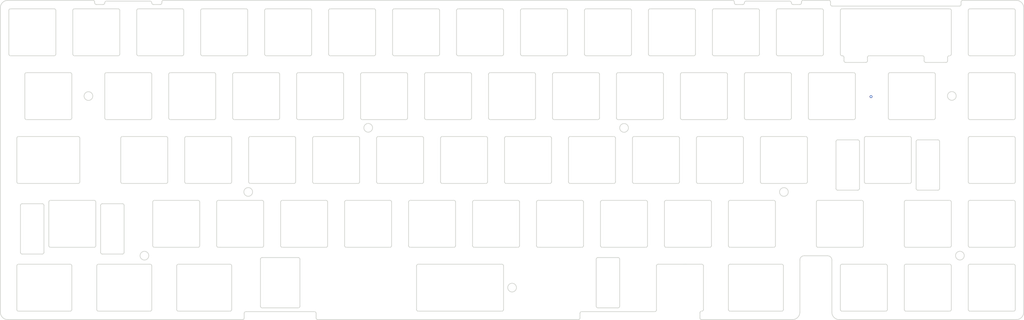
<source format=kicad_pcb>
(kicad_pcb (version 20171130) (host pcbnew "(5.1.12)-1")

  (general
    (thickness 1.6)
    (drawings 679)
    (tracks 1)
    (zones 0)
    (modules 0)
    (nets 1)
  )

  (page A4)
  (layers
    (0 F.Cu signal)
    (31 B.Cu signal)
    (32 B.Adhes user)
    (33 F.Adhes user)
    (34 B.Paste user)
    (35 F.Paste user)
    (36 B.SilkS user)
    (37 F.SilkS user)
    (38 B.Mask user)
    (39 F.Mask user)
    (40 Dwgs.User user)
    (41 Cmts.User user)
    (42 Eco1.User user)
    (43 Eco2.User user)
    (44 Edge.Cuts user)
    (45 Margin user)
    (46 B.CrtYd user)
    (47 F.CrtYd user)
    (48 B.Fab user)
    (49 F.Fab user)
  )

  (setup
    (last_trace_width 0.25)
    (trace_clearance 0.2)
    (zone_clearance 0.508)
    (zone_45_only no)
    (trace_min 0.2)
    (via_size 0.8)
    (via_drill 0.4)
    (via_min_size 0.4)
    (via_min_drill 0.3)
    (uvia_size 0.3)
    (uvia_drill 0.1)
    (uvias_allowed no)
    (uvia_min_size 0.2)
    (uvia_min_drill 0.1)
    (edge_width 0.05)
    (segment_width 0.2)
    (pcb_text_width 0.3)
    (pcb_text_size 1.5 1.5)
    (mod_edge_width 0.12)
    (mod_text_size 1 1)
    (mod_text_width 0.15)
    (pad_size 1.524 1.524)
    (pad_drill 0.762)
    (pad_to_mask_clearance 0.051)
    (solder_mask_min_width 0.25)
    (aux_axis_origin 0 0)
    (visible_elements 7FFFFFFF)
    (pcbplotparams
      (layerselection 0x01000_7ffffffe)
      (usegerberextensions false)
      (usegerberattributes false)
      (usegerberadvancedattributes false)
      (creategerberjobfile false)
      (excludeedgelayer true)
      (linewidth 0.100000)
      (plotframeref false)
      (viasonmask false)
      (mode 1)
      (useauxorigin false)
      (hpglpennumber 1)
      (hpglpenspeed 20)
      (hpglpendiameter 15.000000)
      (psnegative false)
      (psa4output false)
      (plotreference true)
      (plotvalue false)
      (plotinvisibletext false)
      (padsonsilk true)
      (subtractmaskfromsilk false)
      (outputformat 1)
      (mirror false)
      (drillshape 0)
      (scaleselection 1)
      (outputdirectory "./gerber"))
  )

  (net 0 "")

  (net_class Default "This is the default net class."
    (clearance 0.2)
    (trace_width 0.25)
    (via_dia 0.8)
    (via_drill 0.4)
    (uvia_dia 0.3)
    (uvia_drill 0.1)
  )

  (gr_arc (start 299.9314 37.736099) (end 302.1814 37.7361) (angle -90.00002546) (layer Edge.Cuts) (width 0.2))
  (gr_arc (start -0.368601 128.4861) (end -2.618301 128.4861) (angle -90) (layer Edge.Cuts) (width 0.2))
  (gr_line (start 223.4564 38.511099) (end 223.4564 51.511099) (layer Edge.Cuts) (width 0.2))
  (gr_line (start 209.4564 38.511099) (end 209.4564 51.511099) (layer Edge.Cuts) (width 0.2))
  (gr_arc (start 171.8564 38.511099) (end 171.8564 38.011099) (angle -90) (layer Edge.Cuts) (width 0.2))
  (gr_line (start 209.9564 52.011099) (end 222.9564 52.011099) (layer Edge.Cuts) (width 0.2))
  (gr_line (start 209.9564 38.011099) (end 222.9564 38.011099) (layer Edge.Cuts) (width 0.2))
  (gr_arc (start 203.9064 38.511099) (end 204.4064 38.511099) (angle -90) (layer Edge.Cuts) (width 0.2))
  (gr_line (start 152.3064 38.511099) (end 152.3064 51.511099) (layer Edge.Cuts) (width 0.2))
  (gr_line (start 204.4064 38.511099) (end 204.4064 51.511099) (layer Edge.Cuts) (width 0.2))
  (gr_arc (start 184.8564 51.511099) (end 184.8564 52.011099) (angle -90) (layer Edge.Cuts) (width 0.2))
  (gr_line (start 190.4064 38.511099) (end 190.4064 51.511099) (layer Edge.Cuts) (width 0.2))
  (gr_arc (start 152.8064 51.511099) (end 152.3064 51.511099) (angle -90) (layer Edge.Cuts) (width 0.2))
  (gr_arc (start 171.8564 51.511099) (end 171.3564 51.511099) (angle -90) (layer Edge.Cuts) (width 0.2))
  (gr_line (start 190.9064 52.011099) (end 203.9064 52.011099) (layer Edge.Cuts) (width 0.2))
  (gr_arc (start 165.8064 51.511099) (end 165.8064 52.011099) (angle -90) (layer Edge.Cuts) (width 0.2))
  (gr_line (start 190.9064 38.011099) (end 203.9064 38.011099) (layer Edge.Cuts) (width 0.2))
  (gr_line (start 171.8564 38.011099) (end 184.8564 38.011099) (layer Edge.Cuts) (width 0.2))
  (gr_line (start 171.3564 38.511099) (end 171.3564 51.511099) (layer Edge.Cuts) (width 0.2))
  (gr_arc (start 203.9064 51.511099) (end 203.9064 52.011099) (angle -90) (layer Edge.Cuts) (width 0.2))
  (gr_arc (start 190.9064 51.511099) (end 190.4064 51.511099) (angle -90) (layer Edge.Cuts) (width 0.2))
  (gr_line (start 166.3064 38.511099) (end 166.3064 51.511099) (layer Edge.Cuts) (width 0.2))
  (gr_arc (start 190.9064 38.511099) (end 190.9064 38.011099) (angle -90) (layer Edge.Cuts) (width 0.2))
  (gr_arc (start 184.8564 38.511099) (end 185.3564 38.511099) (angle -90) (layer Edge.Cuts) (width 0.2))
  (gr_line (start 171.8564 52.011099) (end 184.8564 52.011099) (layer Edge.Cuts) (width 0.2))
  (gr_line (start 185.3564 38.511099) (end 185.3564 51.511099) (layer Edge.Cuts) (width 0.2))
  (gr_arc (start 165.8064 38.511099) (end 166.3064 38.511099) (angle -90) (layer Edge.Cuts) (width 0.2))
  (gr_arc (start 152.8064 38.511099) (end 152.8064 38.011099) (angle -90) (layer Edge.Cuts) (width 0.2))
  (gr_line (start 152.8064 52.011099) (end 165.8064 52.011099) (layer Edge.Cuts) (width 0.2))
  (gr_line (start 152.8064 38.011099) (end 165.8064 38.011099) (layer Edge.Cuts) (width 0.2))
  (gr_arc (start 146.7564 51.511099) (end 146.7564 52.011099) (angle -90) (layer Edge.Cuts) (width 0.2))
  (gr_arc (start 146.7564 38.511099) (end 147.2564 38.511099) (angle -90) (layer Edge.Cuts) (width 0.2))
  (gr_line (start 57.0564 38.511099) (end 57.0564 51.511099) (layer Edge.Cuts) (width 0.2))
  (gr_arc (start 133.7564 38.511099) (end 133.7564 38.011099) (angle -90) (layer Edge.Cuts) (width 0.2))
  (gr_line (start 90.1064 38.511099) (end 90.1064 51.511099) (layer Edge.Cuts) (width 0.2))
  (gr_arc (start 57.5564 51.511099) (end 57.0564 51.511099) (angle -90) (layer Edge.Cuts) (width 0.2))
  (gr_arc (start 70.556399 38.511099) (end 71.056399 38.511099) (angle -90) (layer Edge.Cuts) (width 0.2))
  (gr_line (start 147.2564 38.511099) (end 147.2564 51.511099) (layer Edge.Cuts) (width 0.2))
  (gr_arc (start 95.6564 51.511099) (end 95.1564 51.511099) (angle -90) (layer Edge.Cuts) (width 0.2))
  (gr_arc (start 51.5064 51.511099) (end 51.5064 52.011099) (angle -90) (layer Edge.Cuts) (width 0.2))
  (gr_arc (start 13.406399 51.511099) (end 13.406399 52.011099) (angle -90) (layer Edge.Cuts) (width 0.2))
  (gr_line (start 133.2564 38.511099) (end 133.2564 51.511099) (layer Edge.Cuts) (width 0.2))
  (gr_line (start 128.206399 38.511099) (end 128.206399 51.511099) (layer Edge.Cuts) (width 0.2))
  (gr_arc (start 19.4564 38.511099) (end 19.4564 38.011099) (angle -90) (layer Edge.Cuts) (width 0.2))
  (gr_line (start 133.7564 52.011099) (end 146.7564 52.011099) (layer Edge.Cuts) (width 0.2))
  (gr_line (start 133.7564 38.011099) (end 146.7564 38.011099) (layer Edge.Cuts) (width 0.2))
  (gr_arc (start 89.6064 38.511099) (end 90.1064 38.511099) (angle -90) (layer Edge.Cuts) (width 0.2))
  (gr_arc (start 127.706399 51.511099) (end 127.706399 52.011099) (angle -90) (layer Edge.Cuts) (width 0.2))
  (gr_line (start 71.056399 38.511099) (end 71.056399 51.511099) (layer Edge.Cuts) (width 0.2))
  (gr_arc (start 114.7064 51.511099) (end 114.2064 51.511099) (angle -90) (layer Edge.Cuts) (width 0.2))
  (gr_arc (start 127.706399 38.511099) (end 128.206399 38.511099) (angle -90) (layer Edge.Cuts) (width 0.2))
  (gr_arc (start 114.7064 38.511099) (end 114.7064 38.011099) (angle -90) (layer Edge.Cuts) (width 0.2))
  (gr_line (start 114.2064 38.511099) (end 114.2064 51.511099) (layer Edge.Cuts) (width 0.2))
  (gr_line (start 114.7064 52.011099) (end 127.706399 52.011099) (layer Edge.Cuts) (width 0.2))
  (gr_line (start 38.0064 38.511099) (end 38.0064 51.511099) (layer Edge.Cuts) (width 0.2))
  (gr_line (start 114.7064 38.011099) (end 127.706399 38.011099) (layer Edge.Cuts) (width 0.2))
  (gr_arc (start 108.6564 51.511099) (end 108.6564 52.011099) (angle -90) (layer Edge.Cuts) (width 0.2))
  (gr_arc (start 108.6564 38.511099) (end 109.1564 38.511099) (angle -90) (layer Edge.Cuts) (width 0.2))
  (gr_line (start 95.1564 38.511099) (end 95.1564 51.511099) (layer Edge.Cuts) (width 0.2))
  (gr_line (start 38.506399 52.011099) (end 51.5064 52.011099) (layer Edge.Cuts) (width 0.2))
  (gr_arc (start 38.506399 51.511099) (end 38.006399 51.511099) (angle -90) (layer Edge.Cuts) (width 0.2))
  (gr_line (start 32.9564 38.511099) (end 32.9564 51.511099) (layer Edge.Cuts) (width 0.2))
  (gr_arc (start 0.406399 51.511099) (end -0.093601 51.511099) (angle -90) (layer Edge.Cuts) (width 0.2))
  (gr_arc (start 70.556399 51.511099) (end 70.556399 52.011099) (angle -90) (layer Edge.Cuts) (width 0.2))
  (gr_line (start 13.906399 38.511099) (end 13.906399 51.511099) (layer Edge.Cuts) (width 0.2))
  (gr_arc (start 51.5064 38.511099) (end 52.0064 38.511099) (angle -90) (layer Edge.Cuts) (width 0.2))
  (gr_arc (start 95.6564 38.511099) (end 95.6564 38.011099) (angle -90) (layer Edge.Cuts) (width 0.2))
  (gr_line (start 109.1564 38.511099) (end 109.1564 51.511099) (layer Edge.Cuts) (width 0.2))
  (gr_arc (start 76.606399 38.511099) (end 76.606399 38.011099) (angle -90) (layer Edge.Cuts) (width 0.2))
  (gr_arc (start 38.506399 38.511099) (end 38.506399 38.011099) (angle -90) (layer Edge.Cuts) (width 0.2))
  (gr_line (start 76.606399 38.011099) (end 89.6064 38.011099) (layer Edge.Cuts) (width 0.2))
  (gr_arc (start 76.606399 51.511099) (end 76.106399 51.511099) (angle -90) (layer Edge.Cuts) (width 0.2))
  (gr_arc (start 0.406399 38.511099) (end 0.406399 38.011099) (angle -90) (layer Edge.Cuts) (width 0.2))
  (gr_line (start 95.6564 38.011099) (end 108.6564 38.011099) (layer Edge.Cuts) (width 0.2))
  (gr_line (start 76.606399 52.011099) (end 89.6064 52.011099) (layer Edge.Cuts) (width 0.2))
  (gr_line (start 52.0064 38.511099) (end 52.0064 51.511099) (layer Edge.Cuts) (width 0.2))
  (gr_line (start 0.406399 52.011099) (end 13.406399 52.011099) (layer Edge.Cuts) (width 0.2))
  (gr_line (start 95.6564 52.011099) (end 108.6564 52.011099) (layer Edge.Cuts) (width 0.2))
  (gr_arc (start 57.5564 38.511099) (end 57.5564 38.011099) (angle -90) (layer Edge.Cuts) (width 0.2))
  (gr_arc (start 89.6064 51.511099) (end 89.6064 52.011099) (angle -90) (layer Edge.Cuts) (width 0.2))
  (gr_line (start 76.106399 38.511099) (end 76.106399 51.511099) (layer Edge.Cuts) (width 0.2))
  (gr_arc (start 32.4564 51.511099) (end 32.4564 52.011099) (angle -90) (layer Edge.Cuts) (width 0.2))
  (gr_line (start 19.4564 38.011099) (end 32.4564 38.011099) (layer Edge.Cuts) (width 0.2))
  (gr_arc (start 32.4564 38.511099) (end 32.9564 38.511099) (angle -90) (layer Edge.Cuts) (width 0.2))
  (gr_line (start 19.4564 52.011099) (end 32.4564 52.011099) (layer Edge.Cuts) (width 0.2))
  (gr_line (start 18.9564 38.511099) (end 18.9564 51.511099) (layer Edge.Cuts) (width 0.2))
  (gr_line (start 0.406399 38.011099) (end 13.406399 38.011099) (layer Edge.Cuts) (width 0.2))
  (gr_line (start 38.506399 38.011099) (end 51.5064 38.011099) (layer Edge.Cuts) (width 0.2))
  (gr_arc (start 19.4564 51.511099) (end 18.9564 51.511099) (angle -90) (layer Edge.Cuts) (width 0.2))
  (gr_arc (start 13.406399 38.511099) (end 13.906399 38.511099) (angle -90) (layer Edge.Cuts) (width 0.2))
  (gr_line (start -0.093601 38.511099) (end -0.093601 51.511099) (layer Edge.Cuts) (width 0.2))
  (gr_line (start 57.5564 52.011099) (end 70.556399 52.011099) (layer Edge.Cuts) (width 0.2))
  (gr_line (start 57.5564 38.011099) (end 70.556399 38.011099) (layer Edge.Cuts) (width 0.2))
  (gr_arc (start 133.7564 51.511099) (end 133.2564 51.511099) (angle -90) (layer Edge.Cuts) (width 0.2))
  (gr_line (start 283.5194 36.7111) (end 283.5194 35.9861) (layer Edge.Cuts) (width 0.2))
  (gr_arc (start 216.4814 36.236099) (end 215.9814 36.236099) (angle -90) (layer Edge.Cuts) (width 0.2))
  (gr_line (start 219.4814 35.736099) (end 232.4814 35.736099) (layer Edge.Cuts) (width 0.2))
  (gr_arc (start 219.4814 36.236099) (end 219.4814 35.736099) (angle -90) (layer Edge.Cuts) (width 0.2))
  (gr_arc (start 284.0194 35.9861) (end 284.0194 35.4861) (angle -90) (layer Edge.Cuts) (width 0.2))
  (gr_line (start 248.6434 53.5111) (end 248.6434 52.5111) (layer Edge.Cuts) (width 0.2))
  (gr_line (start 170.509525 128.35485) (end 192.28765 128.35485) (layer Edge.Cuts) (width 0.2))
  (gr_line (start 205.740775 130.236099) (end 205.740775 128.7111) (layer Edge.Cuts) (width 0.2))
  (gr_line (start 284.0194 35.4861) (end 299.9314 35.4861) (layer Edge.Cuts) (width 0.2))
  (gr_arc (start 283.0194 36.7111) (end 283.0194 37.2111) (angle -90) (layer Edge.Cuts) (width 0.2))
  (gr_line (start 216.4814 36.736099) (end 218.4814 36.736099) (layer Edge.Cuts) (width 0.2))
  (gr_line (start 244.6434 36.7111) (end 244.6434 35.986099) (layer Edge.Cuts) (width 0.2))
  (gr_line (start 193.4064 114.211099) (end 201.4064 114.211099) (layer Edge.Cuts) (width 0.2))
  (gr_line (start 215.4814 35.4861) (end 45.9814 35.4861) (layer Edge.Cuts) (width 0.2))
  (gr_arc (start 244.1434 35.986099) (end 244.6434 35.986099) (angle -90) (layer Edge.Cuts) (width 0.2))
  (gr_arc (start 236.4814 35.986099) (end 236.4814 35.4861) (angle -90) (layer Edge.Cuts) (width 0.2))
  (gr_line (start 272.5194 52.5111) (end 272.5194 53.5111) (layer Edge.Cuts) (width 0.2))
  (gr_line (start 235.9814 35.986099) (end 235.9814 36.236099) (layer Edge.Cuts) (width 0.2))
  (gr_arc (start 235.4814 36.236099) (end 235.4814 36.736099) (angle -90) (layer Edge.Cuts) (width 0.2))
  (gr_arc (start 256.1434 52.5111) (end 256.1434 52.011099) (angle -90) (layer Edge.Cuts) (width 0.2))
  (gr_arc (start 280.0194 52.5111) (end 280.0194 52.011099) (angle -90) (layer Edge.Cuts) (width 0.2))
  (gr_line (start 206.28765 114.211099) (end 201.4064 114.211099) (layer Edge.Cuts) (width 0.2))
  (gr_line (start 69.509525 130.7361) (end -0.368601 130.7361) (layer Edge.Cuts) (width 0.2))
  (gr_arc (start 232.4814 36.236099) (end 232.9814 36.236099) (angle -90) (layer Edge.Cuts) (width 0.2))
  (gr_line (start 206.240775 130.7361) (end 233.2564 130.7361) (layer Edge.Cuts) (width 0.2))
  (gr_arc (start 245.1434 36.7111) (end 244.6434 36.7111) (angle -90) (layer Edge.Cuts) (width 0.2))
  (gr_line (start 272.0194 52.011099) (end 256.1434 52.011099) (layer Edge.Cuts) (width 0.2))
  (gr_line (start 244.1434 35.4861) (end 236.4814 35.4861) (layer Edge.Cuts) (width 0.2))
  (gr_arc (start 233.4814 36.236099) (end 232.9814 36.236099) (angle -90) (layer Edge.Cuts) (width 0.2))
  (gr_line (start 255.6434 52.5111) (end 255.6434 53.5111) (layer Edge.Cuts) (width 0.2))
  (gr_line (start 91.940775 130.7361) (end 169.509525 130.7361) (layer Edge.Cuts) (width 0.2))
  (gr_arc (start 215.4814 35.986099) (end 215.9814 35.986099) (angle -90) (layer Edge.Cuts) (width 0.2))
  (gr_line (start 235.4814 36.736099) (end 233.4814 36.736099) (layer Edge.Cuts) (width 0.2))
  (gr_arc (start 272.0194 52.5111) (end 272.5194 52.5111) (angle -90) (layer Edge.Cuts) (width 0.2))
  (gr_line (start 245.1434 37.2111) (end 283.0194 37.2111) (layer Edge.Cuts) (width 0.2))
  (gr_arc (start 218.4814 36.236099) (end 218.4814 36.736099) (angle -90) (layer Edge.Cuts) (width 0.2))
  (gr_arc (start 248.1434 52.5111) (end 248.6434 52.5111) (angle -90) (layer Edge.Cuts) (width 0.2))
  (gr_line (start 279.5194 52.5111) (end 279.5194 53.5111) (layer Edge.Cuts) (width 0.2))
  (gr_line (start 192.78765 127.85485) (end 192.78765 114.711099) (layer Edge.Cuts) (width 0.2))
  (gr_line (start 206.240775 128.2111) (end 206.28765 128.2111) (layer Edge.Cuts) (width 0.2))
  (gr_arc (start 192.28765 127.85485) (end 192.28765 128.35485) (angle -90) (layer Edge.Cuts) (width 0.2))
  (gr_line (start 193.28765 114.211099) (end 193.4064 114.211099) (layer Edge.Cuts) (width 0.2))
  (gr_line (start 280.1064 52.011099) (end 280.0194 52.011099) (layer Edge.Cuts) (width 0.2))
  (gr_arc (start 206.240775 128.7111) (end 206.240775 128.2111) (angle -90) (layer Edge.Cuts) (width 0.2))
  (gr_line (start 70.509525 128.35485) (end 90.940775 128.35485) (layer Edge.Cuts) (width 0.2))
  (gr_line (start 248.1434 52.011099) (end 248.0564 52.011099) (layer Edge.Cuts) (width 0.2))
  (gr_line (start 215.9814 35.986099) (end 215.9814 36.236099) (layer Edge.Cuts) (width 0.2))
  (gr_arc (start 206.240775 130.236099) (end 205.740775 130.236099) (angle -90) (layer Edge.Cuts) (width 0.2))
  (gr_arc (start 267.1064 127.7111) (end 266.6064 127.7111) (angle -90) (layer Edge.Cuts) (width 0.2))
  (gr_line (start 75.35015 127.2111) (end 86.106399 127.2111) (layer Edge.Cuts) (width 0.2))
  (gr_arc (start 69.509525 130.236099) (end 69.509525 130.736099) (angle -90) (layer Edge.Cuts) (width 0.2))
  (gr_line (start 18.1689 114.211099) (end 2.78765 114.211099) (layer Edge.Cuts) (width 0.2))
  (gr_line (start 65.7939 114.211099) (end 50.41265 114.211099) (layer Edge.Cuts) (width 0.2))
  (gr_arc (start 169.509525 130.236099) (end 169.509525 130.736099) (angle -90) (layer Edge.Cuts) (width 0.2))
  (gr_line (start 2.78765 76.1111) (end 20.55015 76.1111) (layer Edge.Cuts) (width 0.2))
  (gr_arc (start 286.1564 127.7111) (end 285.6564 127.7111) (angle -90) (layer Edge.Cuts) (width 0.2))
  (gr_arc (start 267.1064 114.711099) (end 267.1064 114.211099) (angle -90) (layer Edge.Cuts) (width 0.2))
  (gr_line (start 2.78765 128.2111) (end 18.1689 128.2111) (layer Edge.Cuts) (width 0.2))
  (gr_line (start 121.85015 128.2111) (end 146.7564 128.2111) (layer Edge.Cuts) (width 0.2))
  (gr_line (start 170.009525 128.85485) (end 170.009525 130.236099) (layer Edge.Cuts) (width 0.2))
  (gr_line (start 266.6064 114.711099) (end 266.6064 127.7111) (layer Edge.Cuts) (width 0.2))
  (gr_line (start 280.6064 114.711099) (end 280.6064 127.7111) (layer Edge.Cuts) (width 0.2))
  (gr_line (start 70.009525 128.85485) (end 70.009525 130.236099) (layer Edge.Cuts) (width 0.2))
  (gr_line (start 50.41265 128.2111) (end 65.7939 128.2111) (layer Edge.Cuts) (width 0.2))
  (gr_arc (start 91.940775 130.236099) (end 91.440775 130.236099) (angle -90) (layer Edge.Cuts) (width 0.2))
  (gr_line (start 230.10015 114.211099) (end 214.7189 114.211099) (layer Edge.Cuts) (width 0.2))
  (gr_arc (start 280.1064 127.7111) (end 280.1064 128.2111) (angle -90) (layer Edge.Cuts) (width 0.2))
  (gr_line (start 91.440775 128.85485) (end 91.440775 130.236099) (layer Edge.Cuts) (width 0.2))
  (gr_line (start 214.7189 128.2111) (end 230.10015 128.2111) (layer Edge.Cuts) (width 0.2))
  (gr_arc (start 299.1564 114.711099) (end 299.6564 114.711099) (angle -90) (layer Edge.Cuts) (width 0.2))
  (gr_line (start 267.1064 114.211099) (end 280.1064 114.211099) (layer Edge.Cuts) (width 0.2))
  (gr_arc (start 170.509525 128.85485) (end 170.509525 128.35485) (angle -90) (layer Edge.Cuts) (width 0.2))
  (gr_arc (start 90.940775 128.85485) (end 91.440775 128.85485) (angle -90) (layer Edge.Cuts) (width 0.2))
  (gr_line (start 75.35015 112.211099) (end 86.106399 112.211099) (layer Edge.Cuts) (width 0.2))
  (gr_line (start 299.6564 114.711099) (end 299.6564 127.7111) (layer Edge.Cuts) (width 0.2))
  (gr_arc (start 70.509525 128.85485) (end 70.509525 128.35485) (angle -90) (layer Edge.Cuts) (width 0.2))
  (gr_line (start 2.78765 90.1111) (end 20.55015 90.1111) (layer Edge.Cuts) (width 0.2))
  (gr_arc (start 280.1064 114.711099) (end 280.6064 114.711099) (angle -90) (layer Edge.Cuts) (width 0.2))
  (gr_line (start 146.7564 114.211099) (end 121.85015 114.211099) (layer Edge.Cuts) (width 0.2))
  (gr_arc (start 286.1564 114.711099) (end 286.1564 114.211099) (angle -90) (layer Edge.Cuts) (width 0.2))
  (gr_line (start 26.60015 128.2111) (end 41.981399 128.2111) (layer Edge.Cuts) (width 0.2))
  (gr_line (start 248.0564 38.011099) (end 280.1064 38.011099) (layer Edge.Cuts) (width 0.2))
  (gr_line (start 41.981399 114.211099) (end 26.60015 114.211099) (layer Edge.Cuts) (width 0.2))
  (gr_arc (start 299.1564 127.7111) (end 299.1564 128.2111) (angle -90) (layer Edge.Cuts) (width 0.2))
  (gr_line (start 267.1064 128.2111) (end 280.1064 128.2111) (layer Edge.Cuts) (width 0.2))
  (gr_arc (start 247.2814 128.4861) (end 245.0314 128.4861) (angle -90) (layer Edge.Cuts) (width 0.2))
  (gr_circle (center 40.295499 111.6509) (end 41.595499 111.6509) (layer Edge.Cuts) (width 0.2))
  (gr_line (start 25.481699 35.9861) (end 25.481699 36.2361) (layer Edge.Cuts) (width 0.2))
  (gr_arc (start 233.2564 128.4861) (end 233.2564 130.7361) (angle -90) (layer Edge.Cuts) (width 0.2))
  (gr_line (start 285.6564 114.7111) (end 285.6564 127.7111) (layer Edge.Cuts) (width 0.2))
  (gr_arc (start 27.981699 36.2361) (end 27.981699 36.7361) (angle -90) (layer Edge.Cuts) (width 0.2))
  (gr_arc (start 41.981699 36.2361) (end 42.481699 36.2361) (angle -90) (layer Edge.Cuts) (width 0.2))
  (gr_line (start 235.5064 128.4861) (end 235.5064 112.936099) (layer Edge.Cuts) (width 0.2))
  (gr_arc (start 299.9314 128.4861) (end 299.9314 130.7361) (angle -90) (layer Edge.Cuts) (width 0.2))
  (gr_line (start -2.618301 37.7361) (end -2.618301 128.4861) (layer Edge.Cuts) (width 0.2))
  (gr_circle (center 106.945399 73.5128) (end 108.245399 73.5128) (layer Edge.Cuts) (width 0.2))
  (gr_arc (start 24.981699 35.9861) (end 25.481699 35.9861) (angle -90) (layer Edge.Cuts) (width 0.2))
  (gr_arc (start 236.7564 112.936099) (end 236.7564 111.686099) (angle -90) (layer Edge.Cuts) (width 0.2))
  (gr_arc (start 28.981699 36.2361) (end 28.981699 35.7361) (angle -90) (layer Edge.Cuts) (width 0.2))
  (gr_line (start 286.1564 128.2111) (end 299.1564 128.2111) (layer Edge.Cuts) (width 0.2))
  (gr_arc (start 44.981699 36.2361) (end 44.981699 36.7361) (angle -90) (layer Edge.Cuts) (width 0.2))
  (gr_circle (center 23.620399 64.0386) (end 24.920399 64.0386) (layer Edge.Cuts) (width 0.2))
  (gr_line (start 25.981699 36.7361) (end 27.981699 36.7361) (layer Edge.Cuts) (width 0.2))
  (gr_arc (start 25.981699 36.2361) (end 25.481699 36.236099) (angle -90) (layer Edge.Cuts) (width 0.2))
  (gr_line (start 28.981699 35.7361) (end 41.981699 35.7361) (layer Edge.Cuts) (width 0.2))
  (gr_arc (start 42.981699 36.2361) (end 42.481699 36.236099) (angle -90) (layer Edge.Cuts) (width 0.2))
  (gr_circle (center 183.1454 73.5382) (end 184.4454 73.5382) (layer Edge.Cuts) (width 0.2))
  (gr_circle (center 149.794399 121.175899) (end 151.094399 121.175899) (layer Edge.Cuts) (width 0.2))
  (gr_line (start 45.481699 35.9861) (end 45.481699 36.2361) (layer Edge.Cuts) (width 0.2))
  (gr_line (start 44.981699 36.7361) (end 42.981699 36.7361) (layer Edge.Cuts) (width 0.2))
  (gr_arc (start 45.981699 35.9861) (end 45.981699 35.4861) (angle -90) (layer Edge.Cuts) (width 0.2))
  (gr_line (start 247.2814 130.7361) (end 299.9314 130.7361) (layer Edge.Cuts) (width 0.2))
  (gr_circle (center 230.7574 92.651699) (end 232.0574 92.651699) (layer Edge.Cuts) (width 0.2))
  (gr_circle (center 280.7704 64.0005) (end 282.0704 64.0005) (layer Edge.Cuts) (width 0.2))
  (gr_line (start 245.0314 112.936099) (end 245.0314 128.4861) (layer Edge.Cuts) (width 0.2))
  (gr_line (start -0.368301 35.4861) (end 24.981699 35.4861) (layer Edge.Cuts) (width 0.2))
  (gr_arc (start 243.7814 112.936099) (end 245.0314 112.936099) (angle -90) (layer Edge.Cuts) (width 0.2))
  (gr_line (start 302.1814 37.7361) (end 302.1814 128.4861) (layer Edge.Cuts) (width 0.2))
  (gr_line (start 236.7564 111.686099) (end 243.7814 111.686099) (layer Edge.Cuts) (width 0.2))
  (gr_line (start 286.1564 114.2111) (end 299.1564 114.2111) (layer Edge.Cuts) (width 0.2))
  (gr_arc (start -0.368301 37.7361) (end -0.368301 35.4861) (angle -90) (layer Edge.Cuts) (width 0.2))
  (gr_circle (center 283.1704 111.638199) (end 284.4704 111.638199) (layer Edge.Cuts) (width 0.2))
  (gr_circle (center 71.207299 92.638999) (end 72.507299 92.638999) (layer Edge.Cuts) (width 0.2))
  (gr_line (start 49.91265 114.711099) (end 49.91265 127.7111) (layer Edge.Cuts) (width 0.2))
  (gr_arc (start 2.78765 114.711099) (end 2.78765 114.211099) (angle -90) (layer Edge.Cuts) (width 0.2))
  (gr_arc (start 121.85015 114.711099) (end 121.85015 114.211099) (angle -90) (layer Edge.Cuts) (width 0.2))
  (gr_arc (start 41.981399 114.711099) (end 42.481399 114.711099) (angle -90) (layer Edge.Cuts) (width 0.2))
  (gr_arc (start 2.78765 127.7111) (end 2.28765 127.7111) (angle -90) (layer Edge.Cuts) (width 0.2))
  (gr_arc (start 18.1689 114.711099) (end 18.6689 114.711099) (angle -90) (layer Edge.Cuts) (width 0.2))
  (gr_line (start 181.85015 126.7111) (end 181.85015 112.711099) (layer Edge.Cuts) (width 0.2))
  (gr_arc (start 18.1689 127.7111) (end 18.1689 128.2111) (angle -90) (layer Edge.Cuts) (width 0.2))
  (gr_arc (start 193.28765 114.711099) (end 193.28765 114.211099) (angle -90) (layer Edge.Cuts) (width 0.2))
  (gr_arc (start 146.7564 127.7111) (end 146.7564 128.2111) (angle -90) (layer Edge.Cuts) (width 0.2))
  (gr_arc (start 26.60015 114.711099) (end 26.60015 114.211099) (angle -90) (layer Edge.Cuts) (width 0.2))
  (gr_line (start 174.85015 126.7111) (end 174.85015 112.711099) (layer Edge.Cuts) (width 0.2))
  (gr_arc (start 65.7939 127.7111) (end 65.7939 128.2111) (angle -90) (layer Edge.Cuts) (width 0.2))
  (gr_arc (start 261.0564 127.7111) (end 261.0564 128.2111) (angle -90) (layer Edge.Cuts) (width 0.2))
  (gr_arc (start 181.35015 126.7111) (end 181.35015 127.2111) (angle -90) (layer Edge.Cuts) (width 0.2))
  (gr_arc (start 248.0564 127.7111) (end 247.5564 127.7111) (angle -90) (layer Edge.Cuts) (width 0.2))
  (gr_arc (start 261.0564 114.711099) (end 261.5564 114.711099) (angle -90) (layer Edge.Cuts) (width 0.2))
  (gr_line (start 42.4814 114.711099) (end 42.4814 127.7111) (layer Edge.Cuts) (width 0.2))
  (gr_arc (start 50.41265 114.711099) (end 50.41265 114.211099) (angle -90) (layer Edge.Cuts) (width 0.2))
  (gr_arc (start 248.0564 114.711099) (end 248.0564 114.211099) (angle -90) (layer Edge.Cuts) (width 0.2))
  (gr_line (start 261.5564 114.711099) (end 261.5564 127.7111) (layer Edge.Cuts) (width 0.2))
  (gr_line (start 248.0564 114.211099) (end 261.0564 114.211099) (layer Edge.Cuts) (width 0.2))
  (gr_line (start 230.60015 114.711099) (end 230.60015 127.7111) (layer Edge.Cuts) (width 0.2))
  (gr_arc (start 50.41265 127.7111) (end 49.91265 127.7111) (angle -90) (layer Edge.Cuts) (width 0.2))
  (gr_line (start 121.35015 114.711099) (end 121.35015 127.7111) (layer Edge.Cuts) (width 0.2))
  (gr_arc (start 214.7189 127.7111) (end 214.2189 127.7111) (angle -90) (layer Edge.Cuts) (width 0.2))
  (gr_arc (start 121.85015 127.7111) (end 121.35015 127.7111) (angle -90) (layer Edge.Cuts) (width 0.2))
  (gr_line (start 206.78765 114.711099) (end 206.78765 127.7111) (layer Edge.Cuts) (width 0.2))
  (gr_arc (start 146.7564 114.711099) (end 147.2564 114.711099) (angle -90) (layer Edge.Cuts) (width 0.2))
  (gr_line (start 181.35015 112.211099) (end 175.35015 112.211099) (layer Edge.Cuts) (width 0.2))
  (gr_arc (start 75.35015 126.7111) (end 74.85015 126.7111) (angle -90) (layer Edge.Cuts) (width 0.2))
  (gr_arc (start 230.10015 127.7111) (end 230.10015 128.2111) (angle -90) (layer Edge.Cuts) (width 0.2))
  (gr_arc (start 230.10015 114.711099) (end 230.60015 114.711099) (angle -90) (layer Edge.Cuts) (width 0.2))
  (gr_arc (start 75.35015 112.711099) (end 75.35015 112.211099) (angle -90) (layer Edge.Cuts) (width 0.2))
  (gr_arc (start 175.35015 126.7111) (end 174.85015 126.7111) (angle -90) (layer Edge.Cuts) (width 0.2))
  (gr_line (start 181.35015 127.2111) (end 175.35015 127.2111) (layer Edge.Cuts) (width 0.2))
  (gr_line (start 2.28765 114.711099) (end 2.28765 127.7111) (layer Edge.Cuts) (width 0.2))
  (gr_line (start 66.2939 114.711099) (end 66.2939 127.7111) (layer Edge.Cuts) (width 0.2))
  (gr_arc (start 175.35015 112.711099) (end 175.35015 112.211099) (angle -90) (layer Edge.Cuts) (width 0.2))
  (gr_arc (start 41.981399 127.7111) (end 41.981399 128.2111) (angle -90) (layer Edge.Cuts) (width 0.2))
  (gr_arc (start 26.60015 127.7111) (end 26.10015 127.7111) (angle -90) (layer Edge.Cuts) (width 0.2))
  (gr_arc (start 299.1564 108.661099) (end 299.1564 109.161099) (angle -90) (layer Edge.Cuts) (width 0.2))
  (gr_arc (start 214.7189 114.711099) (end 214.7189 114.211099) (angle -90) (layer Edge.Cuts) (width 0.2))
  (gr_arc (start 65.7939 114.711099) (end 66.2939 114.711099) (angle -90) (layer Edge.Cuts) (width 0.2))
  (gr_line (start 214.2189 114.711099) (end 214.2189 127.7111) (layer Edge.Cuts) (width 0.2))
  (gr_line (start 26.10015 114.711099) (end 26.10015 127.7111) (layer Edge.Cuts) (width 0.2))
  (gr_line (start 86.606399 126.7111) (end 86.606399 112.711099) (layer Edge.Cuts) (width 0.2))
  (gr_arc (start 206.28765 114.711099) (end 206.78765 114.711099) (angle -90) (layer Edge.Cuts) (width 0.2))
  (gr_arc (start 86.106399 126.7111) (end 86.106399 127.2111) (angle -90) (layer Edge.Cuts) (width 0.2))
  (gr_arc (start 86.106399 112.711099) (end 86.606399 112.711099) (angle -90) (layer Edge.Cuts) (width 0.2))
  (gr_arc (start 181.35015 112.711099) (end 181.85015 112.711099) (angle -90) (layer Edge.Cuts) (width 0.2))
  (gr_arc (start 206.28765 127.7111) (end 206.28765 128.2111) (angle -90) (layer Edge.Cuts) (width 0.2))
  (gr_line (start 147.2564 114.711099) (end 147.2564 127.7111) (layer Edge.Cuts) (width 0.2))
  (gr_line (start 18.6689 114.711099) (end 18.6689 127.7111) (layer Edge.Cuts) (width 0.2))
  (gr_line (start 74.85015 126.7111) (end 74.85015 112.711099) (layer Edge.Cuts) (width 0.2))
  (gr_line (start 247.5564 114.711099) (end 247.5564 127.7111) (layer Edge.Cuts) (width 0.2))
  (gr_line (start 248.0564 128.2111) (end 261.0564 128.2111) (layer Edge.Cuts) (width 0.2))
  (gr_line (start 171.0689 95.6611) (end 171.0689 108.661099) (layer Edge.Cuts) (width 0.2))
  (gr_arc (start 176.6189 108.661099) (end 176.1189 108.661099) (angle -90) (layer Edge.Cuts) (width 0.2))
  (gr_line (start 267.1064 95.1611) (end 280.1064 95.1611) (layer Edge.Cuts) (width 0.2))
  (gr_arc (start 240.91265 108.661099) (end 240.41265 108.661099) (angle -90) (layer Edge.Cuts) (width 0.2))
  (gr_line (start 176.6189 109.161099) (end 189.6189 109.161099) (layer Edge.Cuts) (width 0.2))
  (gr_arc (start 227.7189 95.6611) (end 228.2189 95.6611) (angle -90) (layer Edge.Cuts) (width 0.2))
  (gr_line (start 195.6689 109.161099) (end 208.6689 109.161099) (layer Edge.Cuts) (width 0.2))
  (gr_arc (start 195.6689 108.661099) (end 195.1689 108.661099) (angle -90) (layer Edge.Cuts) (width 0.2))
  (gr_arc (start 208.6689 95.6611) (end 209.1689 95.6611) (angle -90) (layer Edge.Cuts) (width 0.2))
  (gr_arc (start 267.1064 108.661099) (end 266.6064 108.661099) (angle -90) (layer Edge.Cuts) (width 0.2))
  (gr_line (start 254.41265 95.6611) (end 254.41265 108.661099) (layer Edge.Cuts) (width 0.2))
  (gr_arc (start 214.7189 108.661099) (end 214.2189 108.661099) (angle -90) (layer Edge.Cuts) (width 0.2))
  (gr_arc (start 195.6689 95.6611) (end 195.6689 95.1611) (angle -90) (layer Edge.Cuts) (width 0.2))
  (gr_line (start 157.5689 109.161099) (end 170.5689 109.161099) (layer Edge.Cuts) (width 0.2))
  (gr_line (start 214.7189 109.161099) (end 227.7189 109.161099) (layer Edge.Cuts) (width 0.2))
  (gr_line (start 176.1189 95.6611) (end 176.1189 108.661099) (layer Edge.Cuts) (width 0.2))
  (gr_arc (start 138.5189 108.661099) (end 138.0189 108.661099) (angle -90) (layer Edge.Cuts) (width 0.2))
  (gr_arc (start 280.1064 108.661099) (end 280.1064 109.161099) (angle -90) (layer Edge.Cuts) (width 0.2))
  (gr_arc (start 286.1564 95.6611) (end 286.1564 95.1611) (angle -90) (layer Edge.Cuts) (width 0.2))
  (gr_line (start 299.6564 95.6611) (end 299.6564 108.661099) (layer Edge.Cuts) (width 0.2))
  (gr_line (start 195.6689 95.1611) (end 208.6689 95.1611) (layer Edge.Cuts) (width 0.2))
  (gr_arc (start 227.7189 108.661099) (end 227.7189 109.161099) (angle -90) (layer Edge.Cuts) (width 0.2))
  (gr_line (start 286.1564 95.1611) (end 299.1564 95.1611) (layer Edge.Cuts) (width 0.2))
  (gr_arc (start 280.1064 95.6611) (end 280.6064 95.6611) (angle -90) (layer Edge.Cuts) (width 0.2))
  (gr_line (start 214.7189 95.1611) (end 227.7189 95.1611) (layer Edge.Cuts) (width 0.2))
  (gr_line (start 267.1064 109.161099) (end 280.1064 109.161099) (layer Edge.Cuts) (width 0.2))
  (gr_arc (start 151.5189 95.6611) (end 152.0189 95.6611) (angle -90) (layer Edge.Cuts) (width 0.2))
  (gr_line (start 240.41265 95.6611) (end 240.41265 108.661099) (layer Edge.Cuts) (width 0.2))
  (gr_line (start 214.2189 95.6611) (end 214.2189 108.661099) (layer Edge.Cuts) (width 0.2))
  (gr_arc (start 189.6189 108.661099) (end 189.6189 109.161099) (angle -90) (layer Edge.Cuts) (width 0.2))
  (gr_arc (start 189.6189 95.6611) (end 190.1189 95.6611) (angle -90) (layer Edge.Cuts) (width 0.2))
  (gr_line (start 190.1189 95.6611) (end 190.1189 108.661099) (layer Edge.Cuts) (width 0.2))
  (gr_arc (start 151.5189 108.661099) (end 151.5189 109.161099) (angle -90) (layer Edge.Cuts) (width 0.2))
  (gr_line (start 152.0189 95.6611) (end 152.0189 108.661099) (layer Edge.Cuts) (width 0.2))
  (gr_arc (start 132.4689 108.661099) (end 132.4689 109.161099) (angle -90) (layer Edge.Cuts) (width 0.2))
  (gr_line (start 286.1564 109.161099) (end 299.1564 109.161099) (layer Edge.Cuts) (width 0.2))
  (gr_arc (start 240.91265 95.6611) (end 240.91265 95.1611) (angle -90) (layer Edge.Cuts) (width 0.2))
  (gr_line (start 240.91265 109.161099) (end 253.91265 109.161099) (layer Edge.Cuts) (width 0.2))
  (gr_arc (start 214.7189 95.6611) (end 214.7189 95.1611) (angle -90) (layer Edge.Cuts) (width 0.2))
  (gr_arc (start 157.5689 95.6611) (end 157.5689 95.1611) (angle -90) (layer Edge.Cuts) (width 0.2))
  (gr_line (start 209.1689 95.6611) (end 209.1689 108.661099) (layer Edge.Cuts) (width 0.2))
  (gr_line (start 138.0189 95.6611) (end 138.0189 108.661099) (layer Edge.Cuts) (width 0.2))
  (gr_line (start 240.91265 95.1611) (end 253.91265 95.1611) (layer Edge.Cuts) (width 0.2))
  (gr_line (start 195.1689 95.6611) (end 195.1689 108.661099) (layer Edge.Cuts) (width 0.2))
  (gr_line (start 176.6189 95.1611) (end 189.6189 95.1611) (layer Edge.Cuts) (width 0.2))
  (gr_arc (start 157.5689 108.661099) (end 157.0689 108.661099) (angle -90) (layer Edge.Cuts) (width 0.2))
  (gr_line (start 138.5189 95.1611) (end 151.5189 95.1611) (layer Edge.Cuts) (width 0.2))
  (gr_arc (start 170.5689 108.661099) (end 170.5689 109.161099) (angle -90) (layer Edge.Cuts) (width 0.2))
  (gr_arc (start 253.91265 95.6611) (end 254.41265 95.6611) (angle -90) (layer Edge.Cuts) (width 0.2))
  (gr_arc (start 176.6189 95.6611) (end 176.6189 95.1611) (angle -90) (layer Edge.Cuts) (width 0.2))
  (gr_arc (start 170.5689 95.6611) (end 171.0689 95.6611) (angle -90) (layer Edge.Cuts) (width 0.2))
  (gr_line (start 157.5689 95.1611) (end 170.5689 95.1611) (layer Edge.Cuts) (width 0.2))
  (gr_arc (start 138.5189 95.6611) (end 138.5189 95.1611) (angle -90) (layer Edge.Cuts) (width 0.2))
  (gr_arc (start 286.1564 108.661099) (end 285.6564 108.661099) (angle -90) (layer Edge.Cuts) (width 0.2))
  (gr_arc (start 253.91265 108.661099) (end 253.91265 109.161099) (angle -90) (layer Edge.Cuts) (width 0.2))
  (gr_arc (start 299.1564 95.6611) (end 299.6564 95.6611) (angle -90) (layer Edge.Cuts) (width 0.2))
  (gr_line (start 280.6064 95.6611) (end 280.6064 108.661099) (layer Edge.Cuts) (width 0.2))
  (gr_line (start 157.0689 95.6611) (end 157.0689 108.661099) (layer Edge.Cuts) (width 0.2))
  (gr_arc (start 208.6689 108.661099) (end 208.6689 109.161099) (angle -90) (layer Edge.Cuts) (width 0.2))
  (gr_line (start 285.6564 95.6611) (end 285.6564 108.661099) (layer Edge.Cuts) (width 0.2))
  (gr_line (start 266.6064 95.6611) (end 266.6064 108.661099) (layer Edge.Cuts) (width 0.2))
  (gr_line (start 228.2189 95.6611) (end 228.2189 108.661099) (layer Edge.Cuts) (width 0.2))
  (gr_arc (start 267.1064 95.6611) (end 267.1064 95.1611) (angle -90) (layer Edge.Cuts) (width 0.2))
  (gr_line (start 138.5189 109.161099) (end 151.5189 109.161099) (layer Edge.Cuts) (width 0.2))
  (gr_arc (start 12.31265 95.6611) (end 12.31265 95.1611) (angle -90) (layer Edge.Cuts) (width 0.2))
  (gr_line (start 11.81265 95.6611) (end 11.81265 108.661099) (layer Edge.Cuts) (width 0.2))
  (gr_line (start 42.7689 95.6611) (end 42.7689 108.661099) (layer Edge.Cuts) (width 0.2))
  (gr_line (start 43.2689 95.1611) (end 56.2689 95.1611) (layer Edge.Cuts) (width 0.2))
  (gr_arc (start 3.874649 96.661099) (end 3.874649 96.161099) (angle -90) (layer Edge.Cuts) (width 0.2))
  (gr_line (start 62.3189 95.1611) (end 75.3189 95.1611) (layer Edge.Cuts) (width 0.2))
  (gr_arc (start 9.87465 96.661099) (end 10.37465 96.661099) (angle -90) (layer Edge.Cuts) (width 0.2))
  (gr_line (start 99.9189 95.6611) (end 99.9189 108.661099) (layer Edge.Cuts) (width 0.2))
  (gr_line (start 34.25065 96.661099) (end 34.25065 110.6611) (layer Edge.Cuts) (width 0.2))
  (gr_line (start 61.8189 95.6611) (end 61.8189 108.661099) (layer Edge.Cuts) (width 0.2))
  (gr_line (start 25.81265 95.6611) (end 25.81265 108.661099) (layer Edge.Cuts) (width 0.2))
  (gr_arc (start 119.4689 108.661099) (end 118.9689 108.661099) (angle -90) (layer Edge.Cuts) (width 0.2))
  (gr_arc (start 132.4689 95.6611) (end 132.9689 95.6611) (angle -90) (layer Edge.Cuts) (width 0.2))
  (gr_arc (start 119.4689 95.6611) (end 119.4689 95.1611) (angle -90) (layer Edge.Cuts) (width 0.2))
  (gr_arc (start 94.3689 95.6611) (end 94.8689 95.6611) (angle -90) (layer Edge.Cuts) (width 0.2))
  (gr_line (start 132.9689 95.6611) (end 132.9689 108.661099) (layer Edge.Cuts) (width 0.2))
  (gr_line (start 118.9689 95.6611) (end 118.9689 108.661099) (layer Edge.Cuts) (width 0.2))
  (gr_line (start 119.4689 109.161099) (end 132.4689 109.161099) (layer Edge.Cuts) (width 0.2))
  (gr_arc (start 100.4189 108.661099) (end 99.9189 108.661099) (angle -90) (layer Edge.Cuts) (width 0.2))
  (gr_line (start 119.4689 95.1611) (end 132.4689 95.1611) (layer Edge.Cuts) (width 0.2))
  (gr_arc (start 113.4189 108.661099) (end 113.4189 109.161099) (angle -90) (layer Edge.Cuts) (width 0.2))
  (gr_line (start 81.368899 95.1611) (end 94.3689 95.1611) (layer Edge.Cuts) (width 0.2))
  (gr_arc (start 43.2689 108.661099) (end 42.7689 108.661099) (angle -90) (layer Edge.Cuts) (width 0.2))
  (gr_arc (start 33.75065 110.6611) (end 33.75065 111.1611) (angle -90) (layer Edge.Cuts) (width 0.2))
  (gr_arc (start 9.87465 110.6611) (end 9.87465 111.1611) (angle -90) (layer Edge.Cuts) (width 0.2))
  (gr_arc (start 299.1564 89.6111) (end 299.1564 90.1111) (angle -90) (layer Edge.Cuts) (width 0.2))
  (gr_arc (start 113.4189 95.6611) (end 113.9189 95.6611) (angle -90) (layer Edge.Cuts) (width 0.2))
  (gr_line (start 100.4189 109.161099) (end 113.4189 109.161099) (layer Edge.Cuts) (width 0.2))
  (gr_arc (start 27.75065 110.6611) (end 27.25065 110.6611) (angle -90) (layer Edge.Cuts) (width 0.2))
  (gr_line (start 27.75065 111.161099) (end 33.75065 111.161099) (layer Edge.Cuts) (width 0.2))
  (gr_line (start 43.2689 109.161099) (end 56.2689 109.161099) (layer Edge.Cuts) (width 0.2))
  (gr_arc (start 100.4189 95.6611) (end 100.4189 95.1611) (angle -90) (layer Edge.Cuts) (width 0.2))
  (gr_arc (start 43.2689 95.6611) (end 43.2689 95.1611) (angle -90) (layer Edge.Cuts) (width 0.2))
  (gr_line (start 10.37465 96.661099) (end 10.37465 110.6611) (layer Edge.Cuts) (width 0.2))
  (gr_arc (start 56.2689 95.6611) (end 56.7689 95.6611) (angle -90) (layer Edge.Cuts) (width 0.2))
  (gr_line (start 100.4189 95.1611) (end 113.4189 95.1611) (layer Edge.Cuts) (width 0.2))
  (gr_arc (start 94.3689 108.661099) (end 94.3689 109.161099) (angle -90) (layer Edge.Cuts) (width 0.2))
  (gr_arc (start 81.368899 108.661099) (end 80.868899 108.661099) (angle -90) (layer Edge.Cuts) (width 0.2))
  (gr_line (start 94.8689 95.6611) (end 94.8689 108.661099) (layer Edge.Cuts) (width 0.2))
  (gr_line (start 62.3189 109.161099) (end 75.3189 109.161099) (layer Edge.Cuts) (width 0.2))
  (gr_arc (start 33.75065 96.661099) (end 34.25065 96.661099) (angle -90) (layer Edge.Cuts) (width 0.2))
  (gr_line (start 3.874649 96.161099) (end 9.87465 96.161099) (layer Edge.Cuts) (width 0.2))
  (gr_line (start 3.874649 111.161099) (end 9.87465 111.161099) (layer Edge.Cuts) (width 0.2))
  (gr_line (start 12.31265 109.161099) (end 25.31265 109.161099) (layer Edge.Cuts) (width 0.2))
  (gr_arc (start 75.3189 108.661099) (end 75.3189 109.161099) (angle -90) (layer Edge.Cuts) (width 0.2))
  (gr_arc (start 25.31265 108.661099) (end 25.31265 109.161099) (angle -90) (layer Edge.Cuts) (width 0.2))
  (gr_arc (start 12.31265 108.661099) (end 11.81265 108.661099) (angle -90) (layer Edge.Cuts) (width 0.2))
  (gr_line (start 113.9189 95.6611) (end 113.9189 108.661099) (layer Edge.Cuts) (width 0.2))
  (gr_arc (start 81.368899 95.6611) (end 81.368899 95.1611) (angle -90) (layer Edge.Cuts) (width 0.2))
  (gr_arc (start 75.3189 95.6611) (end 75.8189 95.6611) (angle -90) (layer Edge.Cuts) (width 0.2))
  (gr_line (start 27.25065 96.661099) (end 27.25065 110.6611) (layer Edge.Cuts) (width 0.2))
  (gr_arc (start 62.3189 95.6611) (end 62.3189 95.1611) (angle -90) (layer Edge.Cuts) (width 0.2))
  (gr_line (start 12.31265 95.1611) (end 25.31265 95.1611) (layer Edge.Cuts) (width 0.2))
  (gr_arc (start 27.75065 96.661099) (end 27.75065 96.161099) (angle -90) (layer Edge.Cuts) (width 0.2))
  (gr_arc (start 25.31265 95.6611) (end 25.81265 95.6611) (angle -90) (layer Edge.Cuts) (width 0.2))
  (gr_arc (start 56.2689 108.661099) (end 56.2689 109.161099) (angle -90) (layer Edge.Cuts) (width 0.2))
  (gr_line (start 80.8689 95.6611) (end 80.8689 108.661099) (layer Edge.Cuts) (width 0.2))
  (gr_arc (start 62.3189 108.661099) (end 61.8189 108.661099) (angle -90) (layer Edge.Cuts) (width 0.2))
  (gr_line (start 75.8189 95.6611) (end 75.8189 108.661099) (layer Edge.Cuts) (width 0.2))
  (gr_line (start 81.368899 109.161099) (end 94.3689 109.161099) (layer Edge.Cuts) (width 0.2))
  (gr_line (start 27.75065 96.161099) (end 33.75065 96.161099) (layer Edge.Cuts) (width 0.2))
  (gr_line (start 56.7689 95.6611) (end 56.7689 108.661099) (layer Edge.Cuts) (width 0.2))
  (gr_arc (start 3.874649 110.6611) (end 3.374649 110.6611) (angle -90) (layer Edge.Cuts) (width 0.2))
  (gr_line (start 3.374649 96.661099) (end 3.374649 110.6611) (layer Edge.Cuts) (width 0.2))
  (gr_arc (start 141.9939 76.611099) (end 142.4939 76.611099) (angle -90) (layer Edge.Cuts) (width 0.2))
  (gr_arc (start 109.9439 89.6111) (end 109.4439 89.6111) (angle -90) (layer Edge.Cuts) (width 0.2))
  (gr_arc (start 103.8939 89.6111) (end 103.8939 90.1111) (angle -90) (layer Edge.Cuts) (width 0.2))
  (gr_arc (start 90.8939 89.6111) (end 90.3939 89.6111) (angle -90) (layer Edge.Cuts) (width 0.2))
  (gr_line (start 128.9939 76.1111) (end 141.9939 76.1111) (layer Edge.Cuts) (width 0.2))
  (gr_arc (start 103.8939 76.611099) (end 104.3939 76.611099) (angle -90) (layer Edge.Cuts) (width 0.2))
  (gr_line (start 109.4439 76.611099) (end 109.4439 89.6111) (layer Edge.Cuts) (width 0.2))
  (gr_arc (start 148.0439 89.6111) (end 147.5439 89.6111) (angle -90) (layer Edge.Cuts) (width 0.2))
  (gr_arc (start 161.0439 76.611099) (end 161.5439 76.611099) (angle -90) (layer Edge.Cuts) (width 0.2))
  (gr_arc (start 128.9939 89.6111) (end 128.4939 89.6111) (angle -90) (layer Edge.Cuts) (width 0.2))
  (gr_line (start 109.9439 90.1111) (end 122.9439 90.1111) (layer Edge.Cuts) (width 0.2))
  (gr_line (start 128.9939 90.1111) (end 141.9939 90.1111) (layer Edge.Cuts) (width 0.2))
  (gr_line (start 142.4939 76.611099) (end 142.4939 89.6111) (layer Edge.Cuts) (width 0.2))
  (gr_line (start 123.4439 76.611099) (end 123.4439 89.6111) (layer Edge.Cuts) (width 0.2))
  (gr_arc (start 148.0439 76.611099) (end 148.0439 76.111099) (angle -90) (layer Edge.Cuts) (width 0.2))
  (gr_arc (start 141.9939 89.6111) (end 141.9939 90.1111) (angle -90) (layer Edge.Cuts) (width 0.2))
  (gr_arc (start 122.9439 76.611099) (end 123.4439 76.611099) (angle -90) (layer Edge.Cuts) (width 0.2))
  (gr_arc (start 90.8939 76.611099) (end 90.8939 76.111099) (angle -90) (layer Edge.Cuts) (width 0.2))
  (gr_arc (start 128.9939 76.611099) (end 128.9939 76.111099) (angle -90) (layer Edge.Cuts) (width 0.2))
  (gr_line (start 104.3939 76.611099) (end 104.3939 89.6111) (layer Edge.Cuts) (width 0.2))
  (gr_line (start 148.0439 90.1111) (end 161.0439 90.1111) (layer Edge.Cuts) (width 0.2))
  (gr_line (start 161.5439 76.611099) (end 161.5439 89.6111) (layer Edge.Cuts) (width 0.2))
  (gr_line (start 147.5439 76.611099) (end 147.5439 89.6111) (layer Edge.Cuts) (width 0.2))
  (gr_line (start 148.0439 76.1111) (end 161.0439 76.1111) (layer Edge.Cuts) (width 0.2))
  (gr_arc (start 122.9439 89.6111) (end 122.9439 90.1111) (angle -90) (layer Edge.Cuts) (width 0.2))
  (gr_line (start 109.9439 76.1111) (end 122.9439 76.1111) (layer Edge.Cuts) (width 0.2))
  (gr_line (start 128.4939 76.611099) (end 128.4939 89.6111) (layer Edge.Cuts) (width 0.2))
  (gr_arc (start 109.9439 76.611099) (end 109.9439 76.111099) (angle -90) (layer Edge.Cuts) (width 0.2))
  (gr_line (start 205.1939 90.1111) (end 218.1939 90.1111) (layer Edge.Cuts) (width 0.2))
  (gr_arc (start 276.63815 91.6111) (end 276.63815 92.1111) (angle -90) (layer Edge.Cuts) (width 0.2))
  (gr_arc (start 270.63815 77.6111) (end 270.63815 77.1111) (angle -90) (layer Edge.Cuts) (width 0.2))
  (gr_line (start 166.5939 76.611099) (end 166.5939 89.6111) (layer Edge.Cuts) (width 0.2))
  (gr_arc (start 161.0439 89.6111) (end 161.0439 90.1111) (angle -90) (layer Edge.Cuts) (width 0.2))
  (gr_line (start 224.2439 90.1111) (end 237.2439 90.1111) (layer Edge.Cuts) (width 0.2))
  (gr_arc (start 186.1439 76.611099) (end 186.1439 76.111099) (angle -90) (layer Edge.Cuts) (width 0.2))
  (gr_line (start 185.6439 76.611099) (end 185.6439 89.6111) (layer Edge.Cuts) (width 0.2))
  (gr_arc (start 186.1439 89.6111) (end 185.6439 89.6111) (angle -90) (layer Edge.Cuts) (width 0.2))
  (gr_line (start 186.1439 90.1111) (end 199.1439 90.1111) (layer Edge.Cuts) (width 0.2))
  (gr_arc (start 255.20015 76.611099) (end 255.20015 76.111099) (angle -90) (layer Edge.Cuts) (width 0.2))
  (gr_line (start 223.7439 76.611099) (end 223.7439 89.6111) (layer Edge.Cuts) (width 0.2))
  (gr_line (start 186.1439 76.1111) (end 199.1439 76.1111) (layer Edge.Cuts) (width 0.2))
  (gr_line (start 246.76215 92.1111) (end 252.76215 92.1111) (layer Edge.Cuts) (width 0.2))
  (gr_arc (start 167.0939 89.6111) (end 166.5939 89.6111) (angle -90) (layer Edge.Cuts) (width 0.2))
  (gr_arc (start 286.1564 89.6111) (end 285.6564 89.6111) (angle -90) (layer Edge.Cuts) (width 0.2))
  (gr_line (start 237.7439 76.611099) (end 237.7439 89.6111) (layer Edge.Cuts) (width 0.2))
  (gr_line (start 286.1564 76.1111) (end 299.1564 76.1111) (layer Edge.Cuts) (width 0.2))
  (gr_arc (start 218.1939 76.611099) (end 218.6939 76.611099) (angle -90) (layer Edge.Cuts) (width 0.2))
  (gr_arc (start 299.1564 76.611099) (end 299.6564 76.611099) (angle -90) (layer Edge.Cuts) (width 0.2))
  (gr_arc (start 286.1564 76.611099) (end 286.1564 76.111099) (angle -90) (layer Edge.Cuts) (width 0.2))
  (gr_line (start 299.6564 76.611099) (end 299.6564 89.6111) (layer Edge.Cuts) (width 0.2))
  (gr_line (start 180.5939 76.611099) (end 180.5939 89.6111) (layer Edge.Cuts) (width 0.2))
  (gr_line (start 167.0939 76.1111) (end 180.0939 76.1111) (layer Edge.Cuts) (width 0.2))
  (gr_arc (start 252.76215 91.6111) (end 252.76215 92.1111) (angle -90) (layer Edge.Cuts) (width 0.2))
  (gr_line (start 286.1564 90.1111) (end 299.1564 90.1111) (layer Edge.Cuts) (width 0.2))
  (gr_arc (start 205.1939 76.611099) (end 205.1939 76.111099) (angle -90) (layer Edge.Cuts) (width 0.2))
  (gr_line (start 277.13815 77.6111) (end 277.13815 91.6111) (layer Edge.Cuts) (width 0.2))
  (gr_arc (start 246.76215 91.6111) (end 246.26215 91.6111) (angle -90) (layer Edge.Cuts) (width 0.2))
  (gr_line (start 167.0939 90.1111) (end 180.0939 90.1111) (layer Edge.Cuts) (width 0.2))
  (gr_line (start 270.13815 77.6111) (end 270.13815 91.6111) (layer Edge.Cuts) (width 0.2))
  (gr_line (start 246.76215 77.1111) (end 252.76215 77.1111) (layer Edge.Cuts) (width 0.2))
  (gr_line (start 268.70015 76.611099) (end 268.70015 89.6111) (layer Edge.Cuts) (width 0.2))
  (gr_line (start 224.2439 76.1111) (end 237.2439 76.1111) (layer Edge.Cuts) (width 0.2))
  (gr_line (start 255.20015 76.1111) (end 268.20015 76.1111) (layer Edge.Cuts) (width 0.2))
  (gr_line (start 270.63815 92.1111) (end 276.63815 92.1111) (layer Edge.Cuts) (width 0.2))
  (gr_line (start 255.20015 90.1111) (end 268.20015 90.1111) (layer Edge.Cuts) (width 0.2))
  (gr_arc (start 167.0939 76.611099) (end 167.0939 76.111099) (angle -90) (layer Edge.Cuts) (width 0.2))
  (gr_arc (start 180.0939 76.611099) (end 180.5939 76.611099) (angle -90) (layer Edge.Cuts) (width 0.2))
  (gr_arc (start 224.2439 76.611099) (end 224.2439 76.111099) (angle -90) (layer Edge.Cuts) (width 0.2))
  (gr_arc (start 205.1939 89.6111) (end 204.6939 89.6111) (angle -90) (layer Edge.Cuts) (width 0.2))
  (gr_arc (start 180.0939 89.6111) (end 180.0939 90.1111) (angle -90) (layer Edge.Cuts) (width 0.2))
  (gr_arc (start 218.1939 89.6111) (end 218.1939 90.1111) (angle -90) (layer Edge.Cuts) (width 0.2))
  (gr_line (start 270.63815 77.1111) (end 276.63815 77.1111) (layer Edge.Cuts) (width 0.2))
  (gr_arc (start 252.76215 77.6111) (end 253.26215 77.6111) (angle -90) (layer Edge.Cuts) (width 0.2))
  (gr_arc (start 224.2439 89.6111) (end 223.7439 89.6111) (angle -90) (layer Edge.Cuts) (width 0.2))
  (gr_line (start 199.6439 76.611099) (end 199.6439 89.6111) (layer Edge.Cuts) (width 0.2))
  (gr_line (start 205.1939 76.1111) (end 218.1939 76.1111) (layer Edge.Cuts) (width 0.2))
  (gr_arc (start 246.76215 77.6111) (end 246.76215 77.1111) (angle -90) (layer Edge.Cuts) (width 0.2))
  (gr_line (start 246.26215 77.6111) (end 246.26215 91.6111) (layer Edge.Cuts) (width 0.2))
  (gr_arc (start 268.20015 89.6111) (end 268.20015 90.1111) (angle -90) (layer Edge.Cuts) (width 0.2))
  (gr_arc (start 199.1439 89.6111) (end 199.1439 90.1111) (angle -90) (layer Edge.Cuts) (width 0.2))
  (gr_arc (start 268.20015 76.611099) (end 268.70015 76.611099) (angle -90) (layer Edge.Cuts) (width 0.2))
  (gr_arc (start 255.20015 89.6111) (end 254.70015 89.6111) (angle -90) (layer Edge.Cuts) (width 0.2))
  (gr_arc (start 237.2439 76.611099) (end 237.7439 76.611099) (angle -90) (layer Edge.Cuts) (width 0.2))
  (gr_arc (start 199.1439 76.611099) (end 199.6439 76.611099) (angle -90) (layer Edge.Cuts) (width 0.2))
  (gr_line (start 204.6939 76.611099) (end 204.6939 89.6111) (layer Edge.Cuts) (width 0.2))
  (gr_line (start 253.26215 77.6111) (end 253.26215 91.6111) (layer Edge.Cuts) (width 0.2))
  (gr_line (start 218.6939 76.611099) (end 218.6939 89.6111) (layer Edge.Cuts) (width 0.2))
  (gr_line (start 254.70015 76.611099) (end 254.70015 89.6111) (layer Edge.Cuts) (width 0.2))
  (gr_arc (start 237.2439 89.6111) (end 237.2439 90.1111) (angle -90) (layer Edge.Cuts) (width 0.2))
  (gr_arc (start 270.63815 91.6111) (end 270.13815 91.6111) (angle -90) (layer Edge.Cuts) (width 0.2))
  (gr_arc (start 276.63815 77.6111) (end 277.13815 77.6111) (angle -90) (layer Edge.Cuts) (width 0.2))
  (gr_line (start 285.6564 76.611099) (end 285.6564 89.6111) (layer Edge.Cuts) (width 0.2))
  (gr_arc (start 33.7439 76.611099) (end 33.7439 76.111099) (angle -90) (layer Edge.Cuts) (width 0.2))
  (gr_line (start 52.2939 76.611099) (end 52.2939 89.6111) (layer Edge.Cuts) (width 0.2))
  (gr_arc (start 65.7939 76.611099) (end 66.2939 76.611099) (angle -90) (layer Edge.Cuts) (width 0.2))
  (gr_arc (start 251.5314 57.5611) (end 252.0314 57.5611) (angle -90) (layer Edge.Cuts) (width 0.2))
  (gr_arc (start 52.7939 76.611099) (end 52.7939 76.111099) (angle -90) (layer Edge.Cuts) (width 0.2))
  (gr_line (start 47.2439 76.611099) (end 47.2439 89.6111) (layer Edge.Cuts) (width 0.2))
  (gr_arc (start 262.343899 57.5611) (end 262.343899 57.0611) (angle -90) (layer Edge.Cuts) (width 0.2))
  (gr_arc (start 275.3439 70.5611) (end 275.3439 71.0611) (angle -90) (layer Edge.Cuts) (width 0.2))
  (gr_line (start 261.843899 57.5611) (end 261.843899 70.5611) (layer Edge.Cuts) (width 0.2))
  (gr_line (start 299.6564 57.5611) (end 299.6564 70.5611) (layer Edge.Cuts) (width 0.2))
  (gr_arc (start 2.78765 89.6111) (end 2.28765 89.6111) (angle -90) (layer Edge.Cuts) (width 0.2))
  (gr_line (start 262.343899 57.0611) (end 275.3439 57.0611) (layer Edge.Cuts) (width 0.2))
  (gr_line (start 262.343899 71.0611) (end 275.3439 71.0611) (layer Edge.Cuts) (width 0.2))
  (gr_line (start 90.8939 90.1111) (end 103.8939 90.1111) (layer Edge.Cuts) (width 0.2))
  (gr_line (start 286.1564 71.0611) (end 299.1564 71.0611) (layer Edge.Cuts) (width 0.2))
  (gr_arc (start 84.8439 89.6111) (end 84.8439 90.1111) (angle -90) (layer Edge.Cuts) (width 0.2))
  (gr_arc (start 71.8439 89.6111) (end 71.3439 89.6111) (angle -90) (layer Edge.Cuts) (width 0.2))
  (gr_arc (start 84.8439 76.611099) (end 85.3439 76.611099) (angle -90) (layer Edge.Cuts) (width 0.2))
  (gr_arc (start 238.5314 70.5611) (end 238.0314 70.5611) (angle -90) (layer Edge.Cuts) (width 0.2))
  (gr_arc (start 65.7939 89.6111) (end 65.7939 90.1111) (angle -90) (layer Edge.Cuts) (width 0.2))
  (gr_line (start 71.3439 76.611099) (end 71.3439 89.6111) (layer Edge.Cuts) (width 0.2))
  (gr_line (start 71.8439 90.1111) (end 84.8439 90.1111) (layer Edge.Cuts) (width 0.2))
  (gr_arc (start 20.55015 89.6111) (end 20.55015 90.1111) (angle -90) (layer Edge.Cuts) (width 0.2))
  (gr_arc (start 20.55015 76.611099) (end 21.05015 76.611099) (angle -90) (layer Edge.Cuts) (width 0.2))
  (gr_line (start 285.6564 57.5611) (end 285.6564 70.5611) (layer Edge.Cuts) (width 0.2))
  (gr_line (start 33.7439 76.1111) (end 46.7439 76.1111) (layer Edge.Cuts) (width 0.2))
  (gr_line (start 66.2939 76.611099) (end 66.2939 89.6111) (layer Edge.Cuts) (width 0.2))
  (gr_line (start 252.0314 57.5611) (end 252.0314 70.5611) (layer Edge.Cuts) (width 0.2))
  (gr_line (start 21.05015 76.611099) (end 21.05015 89.6111) (layer Edge.Cuts) (width 0.2))
  (gr_line (start 52.7939 90.1111) (end 65.7939 90.1111) (layer Edge.Cuts) (width 0.2))
  (gr_line (start 52.7939 76.1111) (end 65.7939 76.1111) (layer Edge.Cuts) (width 0.2))
  (gr_arc (start 2.78765 76.611099) (end 2.78765 76.111099) (angle -90) (layer Edge.Cuts) (width 0.2))
  (gr_arc (start 262.343899 70.5611) (end 261.843899 70.5611) (angle -90) (layer Edge.Cuts) (width 0.2))
  (gr_arc (start 286.1564 70.5611) (end 285.6564 70.5611) (angle -90) (layer Edge.Cuts) (width 0.2))
  (gr_line (start 286.1564 57.0611) (end 299.1564 57.0611) (layer Edge.Cuts) (width 0.2))
  (gr_arc (start 286.1564 57.5611) (end 286.1564 57.0611) (angle -90) (layer Edge.Cuts) (width 0.2))
  (gr_arc (start 46.7439 89.6111) (end 46.7439 90.1111) (angle -90) (layer Edge.Cuts) (width 0.2))
  (gr_arc (start 33.7439 89.6111) (end 33.2439 89.6111) (angle -90) (layer Edge.Cuts) (width 0.2))
  (gr_arc (start 299.1564 57.5611) (end 299.6564 57.5611) (angle -90) (layer Edge.Cuts) (width 0.2))
  (gr_line (start 238.5314 71.0611) (end 251.5314 71.0611) (layer Edge.Cuts) (width 0.2))
  (gr_line (start 238.0314 57.5611) (end 238.0314 70.5611) (layer Edge.Cuts) (width 0.2))
  (gr_line (start 2.28765 76.611099) (end 2.28765 89.6111) (layer Edge.Cuts) (width 0.2))
  (gr_arc (start 71.8439 76.611099) (end 71.8439 76.111099) (angle -90) (layer Edge.Cuts) (width 0.2))
  (gr_line (start 90.3939 76.611099) (end 90.3939 89.6111) (layer Edge.Cuts) (width 0.2))
  (gr_line (start 71.8439 76.1111) (end 84.8439 76.1111) (layer Edge.Cuts) (width 0.2))
  (gr_arc (start 46.7439 76.611099) (end 47.2439 76.611099) (angle -90) (layer Edge.Cuts) (width 0.2))
  (gr_line (start 33.2439 76.611099) (end 33.2439 89.6111) (layer Edge.Cuts) (width 0.2))
  (gr_arc (start 299.1564 70.5611) (end 299.1564 71.0611) (angle -90) (layer Edge.Cuts) (width 0.2))
  (gr_arc (start 275.3439 57.5611) (end 275.8439 57.5611) (angle -90) (layer Edge.Cuts) (width 0.2))
  (gr_arc (start 238.5314 57.5611) (end 238.5314 57.0611) (angle -90) (layer Edge.Cuts) (width 0.2))
  (gr_line (start 275.8439 57.5611) (end 275.8439 70.5611) (layer Edge.Cuts) (width 0.2))
  (gr_line (start 90.8939 76.1111) (end 103.8939 76.1111) (layer Edge.Cuts) (width 0.2))
  (gr_line (start 85.3439 76.611099) (end 85.3439 89.6111) (layer Edge.Cuts) (width 0.2))
  (gr_line (start 33.7439 90.1111) (end 46.7439 90.1111) (layer Edge.Cuts) (width 0.2))
  (gr_arc (start 251.5314 70.5611) (end 251.5314 71.0611) (angle -90) (layer Edge.Cuts) (width 0.2))
  (gr_line (start 238.5314 57.0611) (end 251.5314 57.0611) (layer Edge.Cuts) (width 0.2))
  (gr_arc (start 52.7939 89.6111) (end 52.2939 89.6111) (angle -90) (layer Edge.Cuts) (width 0.2))
  (gr_arc (start 124.2314 57.5611) (end 124.2314 57.0611) (angle -90) (layer Edge.Cuts) (width 0.2))
  (gr_arc (start 105.1814 70.5611) (end 104.6814 70.5611) (angle -90) (layer Edge.Cuts) (width 0.2))
  (gr_arc (start 99.1314 57.5611) (end 99.6314 57.5611) (angle -90) (layer Edge.Cuts) (width 0.2))
  (gr_line (start 86.1314 57.0611) (end 99.1314 57.0611) (layer Edge.Cuts) (width 0.2))
  (gr_line (start 161.8314 57.5611) (end 161.8314 70.5611) (layer Edge.Cuts) (width 0.2))
  (gr_line (start 232.9814 57.5611) (end 232.9814 70.5611) (layer Edge.Cuts) (width 0.2))
  (gr_arc (start 162.3314 57.5611) (end 162.3314 57.0611) (angle -90) (layer Edge.Cuts) (width 0.2))
  (gr_line (start 124.2314 57.0611) (end 137.2314 57.0611) (layer Edge.Cuts) (width 0.2))
  (gr_arc (start 175.3314 57.5611) (end 175.8314 57.5611) (angle -90) (layer Edge.Cuts) (width 0.2))
  (gr_line (start 218.9814 57.5611) (end 218.9814 70.5611) (layer Edge.Cuts) (width 0.2))
  (gr_line (start 219.4814 71.0611) (end 232.4814 71.0611) (layer Edge.Cuts) (width 0.2))
  (gr_arc (start 175.3314 70.5611) (end 175.3314 71.0611) (angle -90) (layer Edge.Cuts) (width 0.2))
  (gr_arc (start 86.1314 70.5611) (end 85.6314 70.5611) (angle -90) (layer Edge.Cuts) (width 0.2))
  (gr_line (start 118.6814 57.5611) (end 118.6814 70.5611) (layer Edge.Cuts) (width 0.2))
  (gr_line (start 142.7814 57.5611) (end 142.7814 70.5611) (layer Edge.Cuts) (width 0.2))
  (gr_arc (start 156.2814 57.5611) (end 156.7814 57.5611) (angle -90) (layer Edge.Cuts) (width 0.2))
  (gr_arc (start 124.2314 70.5611) (end 123.7314 70.5611) (angle -90) (layer Edge.Cuts) (width 0.2))
  (gr_arc (start 137.2314 70.5611) (end 137.2314 71.0611) (angle -90) (layer Edge.Cuts) (width 0.2))
  (gr_line (start 199.9314 57.5611) (end 199.9314 70.5611) (layer Edge.Cuts) (width 0.2))
  (gr_line (start 181.3814 71.0611) (end 194.3814 71.0611) (layer Edge.Cuts) (width 0.2))
  (gr_arc (start 194.3814 57.5611) (end 194.8814 57.5611) (angle -90) (layer Edge.Cuts) (width 0.2))
  (gr_arc (start 99.1314 70.5611) (end 99.1314 71.0611) (angle -90) (layer Edge.Cuts) (width 0.2))
  (gr_arc (start 213.4314 70.5611) (end 213.4314 71.0611) (angle -90) (layer Edge.Cuts) (width 0.2))
  (gr_arc (start 181.3814 70.5611) (end 180.8814 70.5611) (angle -90) (layer Edge.Cuts) (width 0.2))
  (gr_line (start 124.2314 71.0611) (end 137.2314 71.0611) (layer Edge.Cuts) (width 0.2))
  (gr_line (start 86.1314 71.0611) (end 99.1314 71.0611) (layer Edge.Cuts) (width 0.2))
  (gr_arc (start 86.1314 57.5611) (end 86.1314 57.0611) (angle -90) (layer Edge.Cuts) (width 0.2))
  (gr_arc (start 219.4814 57.5611) (end 219.4814 57.0611) (angle -90) (layer Edge.Cuts) (width 0.2))
  (gr_line (start 219.4814 57.0611) (end 232.4814 57.0611) (layer Edge.Cuts) (width 0.2))
  (gr_arc (start 200.4314 70.5611) (end 199.9314 70.5611) (angle -90) (layer Edge.Cuts) (width 0.2))
  (gr_arc (start 137.2314 57.5611) (end 137.7314 57.5611) (angle -90) (layer Edge.Cuts) (width 0.2))
  (gr_arc (start 143.2814 57.5611) (end 143.2814 57.0611) (angle -90) (layer Edge.Cuts) (width 0.2))
  (gr_arc (start 213.4314 57.5611) (end 213.9314 57.5611) (angle -90) (layer Edge.Cuts) (width 0.2))
  (gr_line (start 104.6814 57.5611) (end 104.6814 70.5611) (layer Edge.Cuts) (width 0.2))
  (gr_line (start 143.2814 57.0611) (end 156.2814 57.0611) (layer Edge.Cuts) (width 0.2))
  (gr_arc (start 200.4314 57.5611) (end 200.4314 57.0611) (angle -90) (layer Edge.Cuts) (width 0.2))
  (gr_line (start 213.9314 57.5611) (end 213.9314 70.5611) (layer Edge.Cuts) (width 0.2))
  (gr_line (start 143.2814 71.0611) (end 156.2814 71.0611) (layer Edge.Cuts) (width 0.2))
  (gr_line (start 105.1814 71.0611) (end 118.1814 71.0611) (layer Edge.Cuts) (width 0.2))
  (gr_arc (start 194.3814 70.5611) (end 194.3814 71.0611) (angle -90) (layer Edge.Cuts) (width 0.2))
  (gr_line (start 162.3314 57.0611) (end 175.3314 57.0611) (layer Edge.Cuts) (width 0.2))
  (gr_line (start 194.8814 57.5611) (end 194.8814 70.5611) (layer Edge.Cuts) (width 0.2))
  (gr_line (start 181.3814 57.0611) (end 194.3814 57.0611) (layer Edge.Cuts) (width 0.2))
  (gr_arc (start 105.1814 57.5611) (end 105.1814 57.0611) (angle -90) (layer Edge.Cuts) (width 0.2))
  (gr_line (start 105.1814 57.0611) (end 118.1814 57.0611) (layer Edge.Cuts) (width 0.2))
  (gr_arc (start 156.2814 70.5611) (end 156.2814 71.0611) (angle -90) (layer Edge.Cuts) (width 0.2))
  (gr_line (start 99.6314 57.5611) (end 99.6314 70.5611) (layer Edge.Cuts) (width 0.2))
  (gr_line (start 200.4314 57.0611) (end 213.4314 57.0611) (layer Edge.Cuts) (width 0.2))
  (gr_line (start 156.7814 57.5611) (end 156.7814 70.5611) (layer Edge.Cuts) (width 0.2))
  (gr_arc (start 232.4814 70.5611) (end 232.4814 71.0611) (angle -90) (layer Edge.Cuts) (width 0.2))
  (gr_arc (start 162.3314 70.5611) (end 161.8314 70.5611) (angle -90) (layer Edge.Cuts) (width 0.2))
  (gr_arc (start 118.1814 57.5611) (end 118.6814 57.5611) (angle -90) (layer Edge.Cuts) (width 0.2))
  (gr_arc (start 219.4814 70.5611) (end 218.9814 70.5611) (angle -90) (layer Edge.Cuts) (width 0.2))
  (gr_arc (start 118.1814 70.5611) (end 118.1814 71.0611) (angle -90) (layer Edge.Cuts) (width 0.2))
  (gr_line (start 85.6314 57.5611) (end 85.6314 70.5611) (layer Edge.Cuts) (width 0.2))
  (gr_arc (start 232.4814 57.5611) (end 232.9814 57.5611) (angle -90) (layer Edge.Cuts) (width 0.2))
  (gr_line (start 200.4314 71.0611) (end 213.4314 71.0611) (layer Edge.Cuts) (width 0.2))
  (gr_arc (start 181.3814 57.5611) (end 181.3814 57.0611) (angle -90) (layer Edge.Cuts) (width 0.2))
  (gr_line (start 137.7314 57.5611) (end 137.7314 70.5611) (layer Edge.Cuts) (width 0.2))
  (gr_line (start 175.8314 57.5611) (end 175.8314 70.5611) (layer Edge.Cuts) (width 0.2))
  (gr_arc (start 143.2814 70.5611) (end 142.7814 70.5611) (angle -90) (layer Edge.Cuts) (width 0.2))
  (gr_line (start 123.7314 57.5611) (end 123.7314 70.5611) (layer Edge.Cuts) (width 0.2))
  (gr_line (start 180.8814 57.5611) (end 180.8814 70.5611) (layer Edge.Cuts) (width 0.2))
  (gr_line (start 162.3314 71.0611) (end 175.3314 71.0611) (layer Edge.Cuts) (width 0.2))
  (gr_line (start 18.6689 57.5611) (end 18.6689 70.5611) (layer Edge.Cuts) (width 0.2))
  (gr_line (start 229.0064 52.011099) (end 242.0064 52.011099) (layer Edge.Cuts) (width 0.2))
  (gr_arc (start 299.1564 51.511099) (end 299.1564 52.011099) (angle -90) (layer Edge.Cuts) (width 0.2))
  (gr_arc (start 299.1564 38.511099) (end 299.6564 38.511099) (angle -90) (layer Edge.Cuts) (width 0.2))
  (gr_arc (start 209.9564 38.511099) (end 209.9564 38.011099) (angle -90) (layer Edge.Cuts) (width 0.2))
  (gr_arc (start 248.0564 51.511099) (end 247.5564 51.511099) (angle -90) (layer Edge.Cuts) (width 0.2))
  (gr_arc (start 242.0064 51.511099) (end 242.0064 52.011099) (angle -90) (layer Edge.Cuts) (width 0.2))
  (gr_arc (start 249.1434 53.5111) (end 248.6434 53.5111) (angle -90) (layer Edge.Cuts) (width 0.2))
  (gr_line (start 249.1434 54.0111) (end 255.1434 54.0111) (layer Edge.Cuts) (width 0.2))
  (gr_arc (start 48.0314 70.5611) (end 47.5314 70.5611) (angle -90) (layer Edge.Cuts) (width 0.2))
  (gr_arc (start 28.9814 57.5611) (end 28.9814 57.0611) (angle -90) (layer Edge.Cuts) (width 0.2))
  (gr_line (start 28.9814 71.0611) (end 41.981399 71.0611) (layer Edge.Cuts) (width 0.2))
  (gr_line (start 280.6064 38.511099) (end 280.6064 51.511099) (layer Edge.Cuts) (width 0.2))
  (gr_line (start 285.6564 38.511099) (end 285.6564 51.511099) (layer Edge.Cuts) (width 0.2))
  (gr_arc (start 273.0194 53.5111) (end 272.5194 53.5111) (angle -90) (layer Edge.Cuts) (width 0.2))
  (gr_arc (start 222.9564 38.511099) (end 223.4564 38.511099) (angle -90) (layer Edge.Cuts) (width 0.2))
  (gr_arc (start 18.1689 57.5611) (end 18.6689 57.5611) (angle -90) (layer Edge.Cuts) (width 0.2))
  (gr_arc (start 5.168899 70.5611) (end 4.668899 70.5611) (angle -90) (layer Edge.Cuts) (width 0.2))
  (gr_arc (start 67.0814 57.5611) (end 67.0814 57.0611) (angle -90) (layer Edge.Cuts) (width 0.2))
  (gr_line (start 67.0814 57.0611) (end 80.0814 57.0611) (layer Edge.Cuts) (width 0.2))
  (gr_line (start 242.5064 38.511099) (end 242.5064 51.511099) (layer Edge.Cuts) (width 0.2))
  (gr_arc (start 280.1064 38.511099) (end 280.6064 38.511099) (angle -90) (layer Edge.Cuts) (width 0.2))
  (gr_arc (start 80.0814 70.5611) (end 80.0814 71.0611) (angle -90) (layer Edge.Cuts) (width 0.2))
  (gr_arc (start 242.0064 38.511099) (end 242.5064 38.511099) (angle -90) (layer Edge.Cuts) (width 0.2))
  (gr_line (start 273.0194 54.0111) (end 279.0194 54.0111) (layer Edge.Cuts) (width 0.2))
  (gr_arc (start 80.0814 57.5611) (end 80.5814 57.5611) (angle -90) (layer Edge.Cuts) (width 0.2))
  (gr_line (start 5.168899 57.0611) (end 18.1689 57.0611) (layer Edge.Cuts) (width 0.2))
  (gr_line (start 42.4814 57.5611) (end 42.4814 70.5611) (layer Edge.Cuts) (width 0.2))
  (gr_arc (start 5.168899 57.5611) (end 5.168899 57.0611) (angle -90) (layer Edge.Cuts) (width 0.2))
  (gr_arc (start 279.0194 53.5111) (end 279.0194 54.0111) (angle -90) (layer Edge.Cuts) (width 0.2))
  (gr_line (start 229.0064 38.011099) (end 242.0064 38.011099) (layer Edge.Cuts) (width 0.2))
  (gr_line (start 228.5064 38.511099) (end 228.5064 51.511099) (layer Edge.Cuts) (width 0.2))
  (gr_arc (start 209.9564 51.511099) (end 209.4564 51.511099) (angle -90) (layer Edge.Cuts) (width 0.2))
  (gr_line (start 286.1564 52.011099) (end 299.1564 52.011099) (layer Edge.Cuts) (width 0.2))
  (gr_arc (start 18.1689 70.5611) (end 18.1689 71.0611) (angle -90) (layer Edge.Cuts) (width 0.2))
  (gr_arc (start 67.0814 70.5611) (end 66.5814 70.5611) (angle -90) (layer Edge.Cuts) (width 0.2))
  (gr_line (start 80.5814 57.5611) (end 80.5814 70.5611) (layer Edge.Cuts) (width 0.2))
  (gr_line (start 28.9814 57.0611) (end 41.981399 57.0611) (layer Edge.Cuts) (width 0.2))
  (gr_line (start 286.1564 38.011099) (end 299.1564 38.011099) (layer Edge.Cuts) (width 0.2))
  (gr_arc (start 41.981399 70.5611) (end 41.981399 71.0611) (angle -90) (layer Edge.Cuts) (width 0.2))
  (gr_arc (start 248.0564 38.511099) (end 248.0564 38.011099) (angle -90) (layer Edge.Cuts) (width 0.2))
  (gr_line (start 66.5814 57.5611) (end 66.5814 70.5611) (layer Edge.Cuts) (width 0.2))
  (gr_line (start 67.0814 71.0611) (end 80.0814 71.0611) (layer Edge.Cuts) (width 0.2))
  (gr_line (start 299.6564 38.511099) (end 299.6564 51.511099) (layer Edge.Cuts) (width 0.2))
  (gr_arc (start 280.1064 51.511099) (end 280.1064 52.011099) (angle -90) (layer Edge.Cuts) (width 0.2))
  (gr_arc (start 61.0314 70.5611) (end 61.0314 71.0611) (angle -90) (layer Edge.Cuts) (width 0.2))
  (gr_arc (start 28.9814 70.5611) (end 28.4814 70.5611) (angle -90) (layer Edge.Cuts) (width 0.2))
  (gr_arc (start 61.0314 57.5611) (end 61.5314 57.5611) (angle -90) (layer Edge.Cuts) (width 0.2))
  (gr_line (start 28.4814 57.5611) (end 28.4814 70.5611) (layer Edge.Cuts) (width 0.2))
  (gr_arc (start 48.0314 57.5611) (end 48.0314 57.0611) (angle -90) (layer Edge.Cuts) (width 0.2))
  (gr_line (start 61.5314 57.5611) (end 61.5314 70.5611) (layer Edge.Cuts) (width 0.2))
  (gr_arc (start 286.1564 38.511099) (end 286.1564 38.011099) (angle -90) (layer Edge.Cuts) (width 0.2))
  (gr_arc (start 222.9564 51.511099) (end 222.9564 52.011099) (angle -90) (layer Edge.Cuts) (width 0.2))
  (gr_arc (start 229.0064 38.511099) (end 229.0064 38.011099) (angle -90) (layer Edge.Cuts) (width 0.2))
  (gr_arc (start 286.1564 51.511099) (end 285.6564 51.511099) (angle -90) (layer Edge.Cuts) (width 0.2))
  (gr_line (start 47.5314 57.5611) (end 47.5314 70.5611) (layer Edge.Cuts) (width 0.2))
  (gr_arc (start 41.981399 57.5611) (end 42.481399 57.5611) (angle -90) (layer Edge.Cuts) (width 0.2))
  (gr_line (start 4.668899 57.5611) (end 4.668899 70.5611) (layer Edge.Cuts) (width 0.2))
  (gr_arc (start 255.1434 53.5111) (end 255.1434 54.0111) (angle -90) (layer Edge.Cuts) (width 0.2))
  (gr_line (start 5.168899 71.0611) (end 18.1689 71.0611) (layer Edge.Cuts) (width 0.2))
  (gr_line (start 247.5564 38.511099) (end 247.5564 51.511099) (layer Edge.Cuts) (width 0.2))
  (gr_arc (start 229.0064 51.511099) (end 228.5064 51.511099) (angle -90) (layer Edge.Cuts) (width 0.2))
  (gr_line (start 48.0314 71.0611) (end 61.0314 71.0611) (layer Edge.Cuts) (width 0.2))
  (gr_line (start 48.0314 57.0611) (end 61.0314 57.0611) (layer Edge.Cuts) (width 0.2))

  (via (at 256.7001 64.2178) (size 0.8) (drill 0.4) (layers F.Cu B.Cu) (net 0) (tstamp 62236F25))

)

</source>
